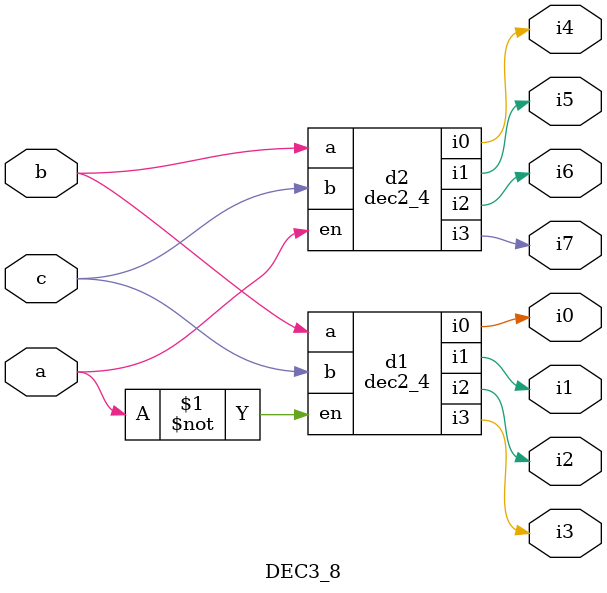
<source format=v>
`timescale 1ns / 1ps
module dec2_4(en,a,b,i0,i1,i2,i3);
	input en,a,b;
	output reg i0,i1,i2,i3;
	
	always@(*)
		begin
			if(en)
				begin
					case({a,b})
					2'b00 : {i3,i2,i1,i0} = 4'b0001;
					2'b01 : {i3,i2,i1,i0} = 4'b0010;
					2'b10 : {i3,i2,i1,i0} = 4'b0100;
					2'b11 : {i3,i2,i1,i0} = 4'b1000;
					default {i3,i2,i1,i0} = 4'b0000;
					endcase
				end
			else {i3,i2,i1,i0} = 4'b0000;
		end
endmodule

module DEC3_8(a,b,c,i0,i1,i2,i3,i4,i5,i6,i7);
	input a,b,c;
	output i0,i1,i2,i3,i4,i5,i6,i7;
	
	dec2_4 d1(~a,b,c,i0,i1,i2,i3);
	dec2_4 d2(a,b,c,i4,i5,i6,i7);
	
endmodule

</source>
